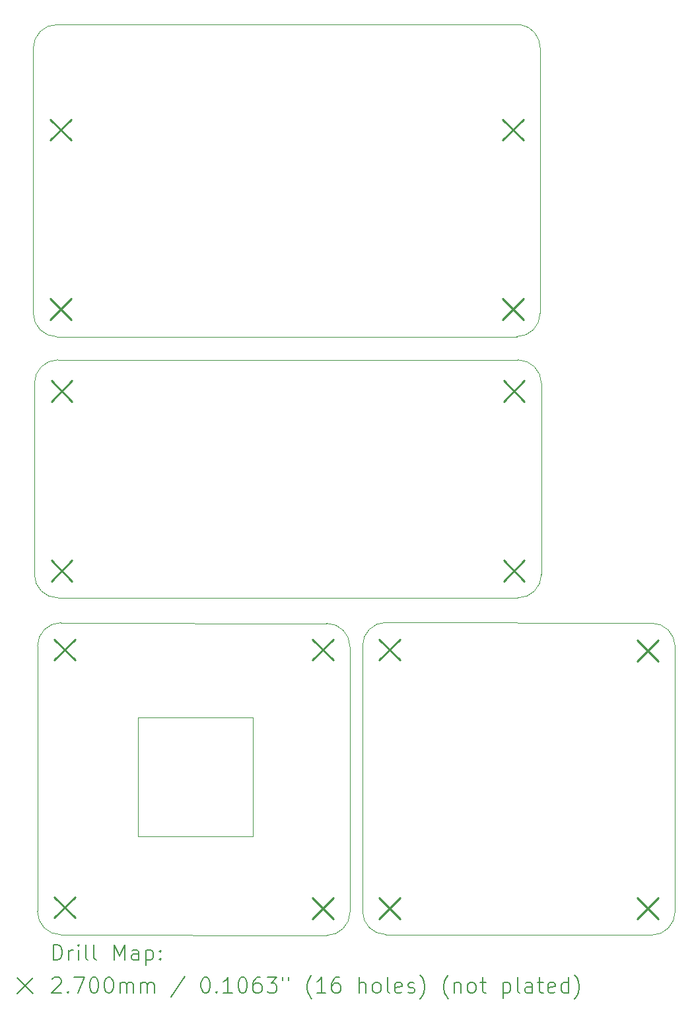
<source format=gbr>
%TF.GenerationSoftware,KiCad,Pcbnew,7.0.11+dfsg-1build4*%
%TF.CreationDate,2025-02-09T17:53:57-07:00*%
%TF.ProjectId,iJet,694a6574-2e6b-4696-9361-645f70636258,rev?*%
%TF.SameCoordinates,Original*%
%TF.FileFunction,Drillmap*%
%TF.FilePolarity,Positive*%
%FSLAX45Y45*%
G04 Gerber Fmt 4.5, Leading zero omitted, Abs format (unit mm)*
G04 Created by KiCad (PCBNEW 7.0.11+dfsg-1build4) date 2025-02-09 17:53:57*
%MOMM*%
%LPD*%
G01*
G04 APERTURE LIST*
%ADD10C,0.050000*%
%ADD11C,0.100000*%
%ADD12C,0.200000*%
%ADD13C,0.270000*%
G04 APERTURE END LIST*
D10*
X11346200Y-14876800D02*
X12819400Y-14876800D01*
X12819400Y-16400800D01*
X11346200Y-16400800D01*
X11346200Y-14876800D01*
D11*
X14222000Y-16363200D02*
X14222000Y-17312668D01*
X18230400Y-16415332D02*
X18230400Y-16372132D01*
X18229424Y-17370274D02*
X18230400Y-16415332D01*
X14522000Y-13663200D02*
G75*
G03*
X14222000Y-13963200I0J-300000D01*
G01*
X14222000Y-17362668D02*
G75*
G03*
X14522000Y-17662668I300000J0D01*
G01*
X14222000Y-17312668D02*
X14222000Y-17362668D01*
X17878400Y-17669600D02*
X14522000Y-17662668D01*
X17930400Y-13672132D02*
X14522000Y-13663200D01*
X17929424Y-17670274D02*
G75*
G03*
X18229424Y-17370274I0J300000D01*
G01*
X14222000Y-13963200D02*
X14222000Y-16363200D01*
X18230400Y-13972132D02*
G75*
G03*
X17930400Y-13672132I-300000J0D01*
G01*
X18230400Y-16372132D02*
X18230400Y-13972132D01*
X17929424Y-17670274D02*
X17878400Y-17669600D01*
X10405200Y-13667732D02*
X13761600Y-13674664D01*
X14061600Y-14974132D02*
X14061600Y-14024664D01*
X14061600Y-14024664D02*
X14061600Y-13974664D01*
X14061600Y-13974664D02*
G75*
G03*
X13761600Y-13674664I-300000J0D01*
G01*
X14061600Y-17374132D02*
X14061600Y-14974132D01*
X13761600Y-17674132D02*
G75*
G03*
X14061600Y-17374132I0J300000D01*
G01*
X10053200Y-17365200D02*
G75*
G03*
X10353200Y-17665200I300000J0D01*
G01*
X10354176Y-13667058D02*
X10405200Y-13667732D01*
X10054176Y-13967058D02*
X10053200Y-14922000D01*
X10354176Y-13667058D02*
G75*
G03*
X10054176Y-13967058I0J-300000D01*
G01*
X10053200Y-14965200D02*
X10053200Y-17365200D01*
X10053200Y-14922000D02*
X10053200Y-14965200D01*
X10353200Y-17665200D02*
X13761600Y-17674132D01*
X10314924Y-13348328D02*
X16214924Y-13348328D01*
X10000000Y-7256800D02*
X10000000Y-7300000D01*
X10000976Y-6301858D02*
X10000000Y-7256800D01*
X16500000Y-7300000D02*
X16500000Y-6350532D01*
X16214924Y-10298329D02*
X10314924Y-10298329D01*
X10014924Y-10648329D02*
X10014924Y-13048328D01*
X16514924Y-13048328D02*
X16514924Y-10648329D01*
X16514924Y-10598329D02*
G75*
G03*
X16214924Y-10298329I-300000J0D01*
G01*
X10014924Y-10648329D02*
X10014924Y-10598329D01*
X10014924Y-13048328D02*
G75*
G03*
X10314924Y-13348328I300000J0D01*
G01*
X16514924Y-10648329D02*
X16514924Y-10598329D01*
X16214924Y-13348328D02*
G75*
G03*
X16514924Y-13048328I0J300000D01*
G01*
X10314924Y-10298329D02*
G75*
G03*
X10014924Y-10598329I0J-300000D01*
G01*
X16252000Y-6002532D02*
X10304800Y-6001858D01*
X16200000Y-10000000D02*
G75*
G03*
X16500000Y-9700000I0J300000D01*
G01*
X10000000Y-7300000D02*
X10000000Y-9700000D01*
X16500000Y-6350532D02*
X16500000Y-6300532D01*
X16500000Y-9700000D02*
X16500000Y-7300000D01*
X10304800Y-6001858D02*
G75*
G03*
X10000952Y-6301858I-3824J-300000D01*
G01*
X10000000Y-9700000D02*
G75*
G03*
X10300000Y-10000000I300000J0D01*
G01*
X10300000Y-10000000D02*
X16200000Y-10000000D01*
X16500440Y-6300532D02*
G75*
G03*
X16252000Y-6002532I-302943J0D01*
G01*
D12*
D13*
X10215000Y-7215000D02*
X10485000Y-7485000D01*
X10485000Y-7215000D02*
X10215000Y-7485000D01*
X10215000Y-9515000D02*
X10485000Y-9785000D01*
X10485000Y-9515000D02*
X10215000Y-9785000D01*
X10229924Y-10563329D02*
X10499924Y-10833329D01*
X10499924Y-10563329D02*
X10229924Y-10833329D01*
X10229924Y-12863328D02*
X10499924Y-13133328D01*
X10499924Y-12863328D02*
X10229924Y-13133328D01*
X10268200Y-13878200D02*
X10538200Y-14148200D01*
X10538200Y-13878200D02*
X10268200Y-14148200D01*
X10268200Y-17180200D02*
X10538200Y-17450200D01*
X10538200Y-17180200D02*
X10268200Y-17450200D01*
X13576600Y-13878200D02*
X13846600Y-14148200D01*
X13846600Y-13878200D02*
X13576600Y-14148200D01*
X13576600Y-17189132D02*
X13846600Y-17459132D01*
X13846600Y-17189132D02*
X13576600Y-17459132D01*
X14437000Y-13878200D02*
X14707000Y-14148200D01*
X14707000Y-13878200D02*
X14437000Y-14148200D01*
X14437000Y-17189132D02*
X14707000Y-17459132D01*
X14707000Y-17189132D02*
X14437000Y-17459132D01*
X16015000Y-7215000D02*
X16285000Y-7485000D01*
X16285000Y-7215000D02*
X16015000Y-7485000D01*
X16015000Y-9515000D02*
X16285000Y-9785000D01*
X16285000Y-9515000D02*
X16015000Y-9785000D01*
X16029924Y-10563329D02*
X16299924Y-10833329D01*
X16299924Y-10563329D02*
X16029924Y-10833329D01*
X16029924Y-12863328D02*
X16299924Y-13133328D01*
X16299924Y-12863328D02*
X16029924Y-13133328D01*
X17745400Y-13887132D02*
X18015400Y-14157132D01*
X18015400Y-13887132D02*
X17745400Y-14157132D01*
X17745400Y-17189132D02*
X18015400Y-17459132D01*
X18015400Y-17189132D02*
X17745400Y-17459132D01*
D12*
X10255777Y-17990616D02*
X10255777Y-17790616D01*
X10255777Y-17790616D02*
X10303396Y-17790616D01*
X10303396Y-17790616D02*
X10331967Y-17800140D01*
X10331967Y-17800140D02*
X10351015Y-17819187D01*
X10351015Y-17819187D02*
X10360539Y-17838235D01*
X10360539Y-17838235D02*
X10370063Y-17876330D01*
X10370063Y-17876330D02*
X10370063Y-17904902D01*
X10370063Y-17904902D02*
X10360539Y-17942997D01*
X10360539Y-17942997D02*
X10351015Y-17962044D01*
X10351015Y-17962044D02*
X10331967Y-17981092D01*
X10331967Y-17981092D02*
X10303396Y-17990616D01*
X10303396Y-17990616D02*
X10255777Y-17990616D01*
X10455777Y-17990616D02*
X10455777Y-17857282D01*
X10455777Y-17895378D02*
X10465301Y-17876330D01*
X10465301Y-17876330D02*
X10474824Y-17866806D01*
X10474824Y-17866806D02*
X10493872Y-17857282D01*
X10493872Y-17857282D02*
X10512920Y-17857282D01*
X10579586Y-17990616D02*
X10579586Y-17857282D01*
X10579586Y-17790616D02*
X10570063Y-17800140D01*
X10570063Y-17800140D02*
X10579586Y-17809663D01*
X10579586Y-17809663D02*
X10589110Y-17800140D01*
X10589110Y-17800140D02*
X10579586Y-17790616D01*
X10579586Y-17790616D02*
X10579586Y-17809663D01*
X10703396Y-17990616D02*
X10684348Y-17981092D01*
X10684348Y-17981092D02*
X10674824Y-17962044D01*
X10674824Y-17962044D02*
X10674824Y-17790616D01*
X10808158Y-17990616D02*
X10789110Y-17981092D01*
X10789110Y-17981092D02*
X10779586Y-17962044D01*
X10779586Y-17962044D02*
X10779586Y-17790616D01*
X11036729Y-17990616D02*
X11036729Y-17790616D01*
X11036729Y-17790616D02*
X11103396Y-17933473D01*
X11103396Y-17933473D02*
X11170063Y-17790616D01*
X11170063Y-17790616D02*
X11170063Y-17990616D01*
X11351015Y-17990616D02*
X11351015Y-17885854D01*
X11351015Y-17885854D02*
X11341491Y-17866806D01*
X11341491Y-17866806D02*
X11322443Y-17857282D01*
X11322443Y-17857282D02*
X11284348Y-17857282D01*
X11284348Y-17857282D02*
X11265301Y-17866806D01*
X11351015Y-17981092D02*
X11331967Y-17990616D01*
X11331967Y-17990616D02*
X11284348Y-17990616D01*
X11284348Y-17990616D02*
X11265301Y-17981092D01*
X11265301Y-17981092D02*
X11255777Y-17962044D01*
X11255777Y-17962044D02*
X11255777Y-17942997D01*
X11255777Y-17942997D02*
X11265301Y-17923949D01*
X11265301Y-17923949D02*
X11284348Y-17914425D01*
X11284348Y-17914425D02*
X11331967Y-17914425D01*
X11331967Y-17914425D02*
X11351015Y-17904902D01*
X11446253Y-17857282D02*
X11446253Y-18057282D01*
X11446253Y-17866806D02*
X11465301Y-17857282D01*
X11465301Y-17857282D02*
X11503396Y-17857282D01*
X11503396Y-17857282D02*
X11522443Y-17866806D01*
X11522443Y-17866806D02*
X11531967Y-17876330D01*
X11531967Y-17876330D02*
X11541491Y-17895378D01*
X11541491Y-17895378D02*
X11541491Y-17952521D01*
X11541491Y-17952521D02*
X11531967Y-17971568D01*
X11531967Y-17971568D02*
X11522443Y-17981092D01*
X11522443Y-17981092D02*
X11503396Y-17990616D01*
X11503396Y-17990616D02*
X11465301Y-17990616D01*
X11465301Y-17990616D02*
X11446253Y-17981092D01*
X11627205Y-17971568D02*
X11636729Y-17981092D01*
X11636729Y-17981092D02*
X11627205Y-17990616D01*
X11627205Y-17990616D02*
X11617682Y-17981092D01*
X11617682Y-17981092D02*
X11627205Y-17971568D01*
X11627205Y-17971568D02*
X11627205Y-17990616D01*
X11627205Y-17866806D02*
X11636729Y-17876330D01*
X11636729Y-17876330D02*
X11627205Y-17885854D01*
X11627205Y-17885854D02*
X11617682Y-17876330D01*
X11617682Y-17876330D02*
X11627205Y-17866806D01*
X11627205Y-17866806D02*
X11627205Y-17885854D01*
X9795000Y-18219132D02*
X9995000Y-18419132D01*
X9995000Y-18219132D02*
X9795000Y-18419132D01*
X10246253Y-18229663D02*
X10255777Y-18220140D01*
X10255777Y-18220140D02*
X10274824Y-18210616D01*
X10274824Y-18210616D02*
X10322444Y-18210616D01*
X10322444Y-18210616D02*
X10341491Y-18220140D01*
X10341491Y-18220140D02*
X10351015Y-18229663D01*
X10351015Y-18229663D02*
X10360539Y-18248711D01*
X10360539Y-18248711D02*
X10360539Y-18267759D01*
X10360539Y-18267759D02*
X10351015Y-18296330D01*
X10351015Y-18296330D02*
X10236729Y-18410616D01*
X10236729Y-18410616D02*
X10360539Y-18410616D01*
X10446253Y-18391568D02*
X10455777Y-18401092D01*
X10455777Y-18401092D02*
X10446253Y-18410616D01*
X10446253Y-18410616D02*
X10436729Y-18401092D01*
X10436729Y-18401092D02*
X10446253Y-18391568D01*
X10446253Y-18391568D02*
X10446253Y-18410616D01*
X10522444Y-18210616D02*
X10655777Y-18210616D01*
X10655777Y-18210616D02*
X10570063Y-18410616D01*
X10770063Y-18210616D02*
X10789110Y-18210616D01*
X10789110Y-18210616D02*
X10808158Y-18220140D01*
X10808158Y-18220140D02*
X10817682Y-18229663D01*
X10817682Y-18229663D02*
X10827205Y-18248711D01*
X10827205Y-18248711D02*
X10836729Y-18286806D01*
X10836729Y-18286806D02*
X10836729Y-18334425D01*
X10836729Y-18334425D02*
X10827205Y-18372521D01*
X10827205Y-18372521D02*
X10817682Y-18391568D01*
X10817682Y-18391568D02*
X10808158Y-18401092D01*
X10808158Y-18401092D02*
X10789110Y-18410616D01*
X10789110Y-18410616D02*
X10770063Y-18410616D01*
X10770063Y-18410616D02*
X10751015Y-18401092D01*
X10751015Y-18401092D02*
X10741491Y-18391568D01*
X10741491Y-18391568D02*
X10731967Y-18372521D01*
X10731967Y-18372521D02*
X10722444Y-18334425D01*
X10722444Y-18334425D02*
X10722444Y-18286806D01*
X10722444Y-18286806D02*
X10731967Y-18248711D01*
X10731967Y-18248711D02*
X10741491Y-18229663D01*
X10741491Y-18229663D02*
X10751015Y-18220140D01*
X10751015Y-18220140D02*
X10770063Y-18210616D01*
X10960539Y-18210616D02*
X10979586Y-18210616D01*
X10979586Y-18210616D02*
X10998634Y-18220140D01*
X10998634Y-18220140D02*
X11008158Y-18229663D01*
X11008158Y-18229663D02*
X11017682Y-18248711D01*
X11017682Y-18248711D02*
X11027205Y-18286806D01*
X11027205Y-18286806D02*
X11027205Y-18334425D01*
X11027205Y-18334425D02*
X11017682Y-18372521D01*
X11017682Y-18372521D02*
X11008158Y-18391568D01*
X11008158Y-18391568D02*
X10998634Y-18401092D01*
X10998634Y-18401092D02*
X10979586Y-18410616D01*
X10979586Y-18410616D02*
X10960539Y-18410616D01*
X10960539Y-18410616D02*
X10941491Y-18401092D01*
X10941491Y-18401092D02*
X10931967Y-18391568D01*
X10931967Y-18391568D02*
X10922444Y-18372521D01*
X10922444Y-18372521D02*
X10912920Y-18334425D01*
X10912920Y-18334425D02*
X10912920Y-18286806D01*
X10912920Y-18286806D02*
X10922444Y-18248711D01*
X10922444Y-18248711D02*
X10931967Y-18229663D01*
X10931967Y-18229663D02*
X10941491Y-18220140D01*
X10941491Y-18220140D02*
X10960539Y-18210616D01*
X11112920Y-18410616D02*
X11112920Y-18277282D01*
X11112920Y-18296330D02*
X11122444Y-18286806D01*
X11122444Y-18286806D02*
X11141491Y-18277282D01*
X11141491Y-18277282D02*
X11170063Y-18277282D01*
X11170063Y-18277282D02*
X11189110Y-18286806D01*
X11189110Y-18286806D02*
X11198634Y-18305854D01*
X11198634Y-18305854D02*
X11198634Y-18410616D01*
X11198634Y-18305854D02*
X11208158Y-18286806D01*
X11208158Y-18286806D02*
X11227205Y-18277282D01*
X11227205Y-18277282D02*
X11255777Y-18277282D01*
X11255777Y-18277282D02*
X11274824Y-18286806D01*
X11274824Y-18286806D02*
X11284348Y-18305854D01*
X11284348Y-18305854D02*
X11284348Y-18410616D01*
X11379586Y-18410616D02*
X11379586Y-18277282D01*
X11379586Y-18296330D02*
X11389110Y-18286806D01*
X11389110Y-18286806D02*
X11408158Y-18277282D01*
X11408158Y-18277282D02*
X11436729Y-18277282D01*
X11436729Y-18277282D02*
X11455777Y-18286806D01*
X11455777Y-18286806D02*
X11465301Y-18305854D01*
X11465301Y-18305854D02*
X11465301Y-18410616D01*
X11465301Y-18305854D02*
X11474824Y-18286806D01*
X11474824Y-18286806D02*
X11493872Y-18277282D01*
X11493872Y-18277282D02*
X11522443Y-18277282D01*
X11522443Y-18277282D02*
X11541491Y-18286806D01*
X11541491Y-18286806D02*
X11551015Y-18305854D01*
X11551015Y-18305854D02*
X11551015Y-18410616D01*
X11941491Y-18201092D02*
X11770063Y-18458235D01*
X12198634Y-18210616D02*
X12217682Y-18210616D01*
X12217682Y-18210616D02*
X12236729Y-18220140D01*
X12236729Y-18220140D02*
X12246253Y-18229663D01*
X12246253Y-18229663D02*
X12255777Y-18248711D01*
X12255777Y-18248711D02*
X12265301Y-18286806D01*
X12265301Y-18286806D02*
X12265301Y-18334425D01*
X12265301Y-18334425D02*
X12255777Y-18372521D01*
X12255777Y-18372521D02*
X12246253Y-18391568D01*
X12246253Y-18391568D02*
X12236729Y-18401092D01*
X12236729Y-18401092D02*
X12217682Y-18410616D01*
X12217682Y-18410616D02*
X12198634Y-18410616D01*
X12198634Y-18410616D02*
X12179586Y-18401092D01*
X12179586Y-18401092D02*
X12170063Y-18391568D01*
X12170063Y-18391568D02*
X12160539Y-18372521D01*
X12160539Y-18372521D02*
X12151015Y-18334425D01*
X12151015Y-18334425D02*
X12151015Y-18286806D01*
X12151015Y-18286806D02*
X12160539Y-18248711D01*
X12160539Y-18248711D02*
X12170063Y-18229663D01*
X12170063Y-18229663D02*
X12179586Y-18220140D01*
X12179586Y-18220140D02*
X12198634Y-18210616D01*
X12351015Y-18391568D02*
X12360539Y-18401092D01*
X12360539Y-18401092D02*
X12351015Y-18410616D01*
X12351015Y-18410616D02*
X12341491Y-18401092D01*
X12341491Y-18401092D02*
X12351015Y-18391568D01*
X12351015Y-18391568D02*
X12351015Y-18410616D01*
X12551015Y-18410616D02*
X12436729Y-18410616D01*
X12493872Y-18410616D02*
X12493872Y-18210616D01*
X12493872Y-18210616D02*
X12474825Y-18239187D01*
X12474825Y-18239187D02*
X12455777Y-18258235D01*
X12455777Y-18258235D02*
X12436729Y-18267759D01*
X12674825Y-18210616D02*
X12693872Y-18210616D01*
X12693872Y-18210616D02*
X12712920Y-18220140D01*
X12712920Y-18220140D02*
X12722444Y-18229663D01*
X12722444Y-18229663D02*
X12731967Y-18248711D01*
X12731967Y-18248711D02*
X12741491Y-18286806D01*
X12741491Y-18286806D02*
X12741491Y-18334425D01*
X12741491Y-18334425D02*
X12731967Y-18372521D01*
X12731967Y-18372521D02*
X12722444Y-18391568D01*
X12722444Y-18391568D02*
X12712920Y-18401092D01*
X12712920Y-18401092D02*
X12693872Y-18410616D01*
X12693872Y-18410616D02*
X12674825Y-18410616D01*
X12674825Y-18410616D02*
X12655777Y-18401092D01*
X12655777Y-18401092D02*
X12646253Y-18391568D01*
X12646253Y-18391568D02*
X12636729Y-18372521D01*
X12636729Y-18372521D02*
X12627206Y-18334425D01*
X12627206Y-18334425D02*
X12627206Y-18286806D01*
X12627206Y-18286806D02*
X12636729Y-18248711D01*
X12636729Y-18248711D02*
X12646253Y-18229663D01*
X12646253Y-18229663D02*
X12655777Y-18220140D01*
X12655777Y-18220140D02*
X12674825Y-18210616D01*
X12912920Y-18210616D02*
X12874825Y-18210616D01*
X12874825Y-18210616D02*
X12855777Y-18220140D01*
X12855777Y-18220140D02*
X12846253Y-18229663D01*
X12846253Y-18229663D02*
X12827206Y-18258235D01*
X12827206Y-18258235D02*
X12817682Y-18296330D01*
X12817682Y-18296330D02*
X12817682Y-18372521D01*
X12817682Y-18372521D02*
X12827206Y-18391568D01*
X12827206Y-18391568D02*
X12836729Y-18401092D01*
X12836729Y-18401092D02*
X12855777Y-18410616D01*
X12855777Y-18410616D02*
X12893872Y-18410616D01*
X12893872Y-18410616D02*
X12912920Y-18401092D01*
X12912920Y-18401092D02*
X12922444Y-18391568D01*
X12922444Y-18391568D02*
X12931967Y-18372521D01*
X12931967Y-18372521D02*
X12931967Y-18324902D01*
X12931967Y-18324902D02*
X12922444Y-18305854D01*
X12922444Y-18305854D02*
X12912920Y-18296330D01*
X12912920Y-18296330D02*
X12893872Y-18286806D01*
X12893872Y-18286806D02*
X12855777Y-18286806D01*
X12855777Y-18286806D02*
X12836729Y-18296330D01*
X12836729Y-18296330D02*
X12827206Y-18305854D01*
X12827206Y-18305854D02*
X12817682Y-18324902D01*
X12998634Y-18210616D02*
X13122444Y-18210616D01*
X13122444Y-18210616D02*
X13055777Y-18286806D01*
X13055777Y-18286806D02*
X13084348Y-18286806D01*
X13084348Y-18286806D02*
X13103396Y-18296330D01*
X13103396Y-18296330D02*
X13112920Y-18305854D01*
X13112920Y-18305854D02*
X13122444Y-18324902D01*
X13122444Y-18324902D02*
X13122444Y-18372521D01*
X13122444Y-18372521D02*
X13112920Y-18391568D01*
X13112920Y-18391568D02*
X13103396Y-18401092D01*
X13103396Y-18401092D02*
X13084348Y-18410616D01*
X13084348Y-18410616D02*
X13027206Y-18410616D01*
X13027206Y-18410616D02*
X13008158Y-18401092D01*
X13008158Y-18401092D02*
X12998634Y-18391568D01*
X13198634Y-18210616D02*
X13198634Y-18248711D01*
X13274825Y-18210616D02*
X13274825Y-18248711D01*
X13570063Y-18486806D02*
X13560539Y-18477282D01*
X13560539Y-18477282D02*
X13541491Y-18448711D01*
X13541491Y-18448711D02*
X13531968Y-18429663D01*
X13531968Y-18429663D02*
X13522444Y-18401092D01*
X13522444Y-18401092D02*
X13512920Y-18353473D01*
X13512920Y-18353473D02*
X13512920Y-18315378D01*
X13512920Y-18315378D02*
X13522444Y-18267759D01*
X13522444Y-18267759D02*
X13531968Y-18239187D01*
X13531968Y-18239187D02*
X13541491Y-18220140D01*
X13541491Y-18220140D02*
X13560539Y-18191568D01*
X13560539Y-18191568D02*
X13570063Y-18182044D01*
X13751015Y-18410616D02*
X13636729Y-18410616D01*
X13693872Y-18410616D02*
X13693872Y-18210616D01*
X13693872Y-18210616D02*
X13674825Y-18239187D01*
X13674825Y-18239187D02*
X13655777Y-18258235D01*
X13655777Y-18258235D02*
X13636729Y-18267759D01*
X13922444Y-18210616D02*
X13884348Y-18210616D01*
X13884348Y-18210616D02*
X13865301Y-18220140D01*
X13865301Y-18220140D02*
X13855777Y-18229663D01*
X13855777Y-18229663D02*
X13836729Y-18258235D01*
X13836729Y-18258235D02*
X13827206Y-18296330D01*
X13827206Y-18296330D02*
X13827206Y-18372521D01*
X13827206Y-18372521D02*
X13836729Y-18391568D01*
X13836729Y-18391568D02*
X13846253Y-18401092D01*
X13846253Y-18401092D02*
X13865301Y-18410616D01*
X13865301Y-18410616D02*
X13903396Y-18410616D01*
X13903396Y-18410616D02*
X13922444Y-18401092D01*
X13922444Y-18401092D02*
X13931968Y-18391568D01*
X13931968Y-18391568D02*
X13941491Y-18372521D01*
X13941491Y-18372521D02*
X13941491Y-18324902D01*
X13941491Y-18324902D02*
X13931968Y-18305854D01*
X13931968Y-18305854D02*
X13922444Y-18296330D01*
X13922444Y-18296330D02*
X13903396Y-18286806D01*
X13903396Y-18286806D02*
X13865301Y-18286806D01*
X13865301Y-18286806D02*
X13846253Y-18296330D01*
X13846253Y-18296330D02*
X13836729Y-18305854D01*
X13836729Y-18305854D02*
X13827206Y-18324902D01*
X14179587Y-18410616D02*
X14179587Y-18210616D01*
X14265301Y-18410616D02*
X14265301Y-18305854D01*
X14265301Y-18305854D02*
X14255777Y-18286806D01*
X14255777Y-18286806D02*
X14236730Y-18277282D01*
X14236730Y-18277282D02*
X14208158Y-18277282D01*
X14208158Y-18277282D02*
X14189110Y-18286806D01*
X14189110Y-18286806D02*
X14179587Y-18296330D01*
X14389110Y-18410616D02*
X14370063Y-18401092D01*
X14370063Y-18401092D02*
X14360539Y-18391568D01*
X14360539Y-18391568D02*
X14351015Y-18372521D01*
X14351015Y-18372521D02*
X14351015Y-18315378D01*
X14351015Y-18315378D02*
X14360539Y-18296330D01*
X14360539Y-18296330D02*
X14370063Y-18286806D01*
X14370063Y-18286806D02*
X14389110Y-18277282D01*
X14389110Y-18277282D02*
X14417682Y-18277282D01*
X14417682Y-18277282D02*
X14436730Y-18286806D01*
X14436730Y-18286806D02*
X14446253Y-18296330D01*
X14446253Y-18296330D02*
X14455777Y-18315378D01*
X14455777Y-18315378D02*
X14455777Y-18372521D01*
X14455777Y-18372521D02*
X14446253Y-18391568D01*
X14446253Y-18391568D02*
X14436730Y-18401092D01*
X14436730Y-18401092D02*
X14417682Y-18410616D01*
X14417682Y-18410616D02*
X14389110Y-18410616D01*
X14570063Y-18410616D02*
X14551015Y-18401092D01*
X14551015Y-18401092D02*
X14541491Y-18382044D01*
X14541491Y-18382044D02*
X14541491Y-18210616D01*
X14722444Y-18401092D02*
X14703396Y-18410616D01*
X14703396Y-18410616D02*
X14665301Y-18410616D01*
X14665301Y-18410616D02*
X14646253Y-18401092D01*
X14646253Y-18401092D02*
X14636730Y-18382044D01*
X14636730Y-18382044D02*
X14636730Y-18305854D01*
X14636730Y-18305854D02*
X14646253Y-18286806D01*
X14646253Y-18286806D02*
X14665301Y-18277282D01*
X14665301Y-18277282D02*
X14703396Y-18277282D01*
X14703396Y-18277282D02*
X14722444Y-18286806D01*
X14722444Y-18286806D02*
X14731968Y-18305854D01*
X14731968Y-18305854D02*
X14731968Y-18324902D01*
X14731968Y-18324902D02*
X14636730Y-18343949D01*
X14808158Y-18401092D02*
X14827206Y-18410616D01*
X14827206Y-18410616D02*
X14865301Y-18410616D01*
X14865301Y-18410616D02*
X14884349Y-18401092D01*
X14884349Y-18401092D02*
X14893872Y-18382044D01*
X14893872Y-18382044D02*
X14893872Y-18372521D01*
X14893872Y-18372521D02*
X14884349Y-18353473D01*
X14884349Y-18353473D02*
X14865301Y-18343949D01*
X14865301Y-18343949D02*
X14836730Y-18343949D01*
X14836730Y-18343949D02*
X14817682Y-18334425D01*
X14817682Y-18334425D02*
X14808158Y-18315378D01*
X14808158Y-18315378D02*
X14808158Y-18305854D01*
X14808158Y-18305854D02*
X14817682Y-18286806D01*
X14817682Y-18286806D02*
X14836730Y-18277282D01*
X14836730Y-18277282D02*
X14865301Y-18277282D01*
X14865301Y-18277282D02*
X14884349Y-18286806D01*
X14960539Y-18486806D02*
X14970063Y-18477282D01*
X14970063Y-18477282D02*
X14989111Y-18448711D01*
X14989111Y-18448711D02*
X14998634Y-18429663D01*
X14998634Y-18429663D02*
X15008158Y-18401092D01*
X15008158Y-18401092D02*
X15017682Y-18353473D01*
X15017682Y-18353473D02*
X15017682Y-18315378D01*
X15017682Y-18315378D02*
X15008158Y-18267759D01*
X15008158Y-18267759D02*
X14998634Y-18239187D01*
X14998634Y-18239187D02*
X14989111Y-18220140D01*
X14989111Y-18220140D02*
X14970063Y-18191568D01*
X14970063Y-18191568D02*
X14960539Y-18182044D01*
X15322444Y-18486806D02*
X15312920Y-18477282D01*
X15312920Y-18477282D02*
X15293872Y-18448711D01*
X15293872Y-18448711D02*
X15284349Y-18429663D01*
X15284349Y-18429663D02*
X15274825Y-18401092D01*
X15274825Y-18401092D02*
X15265301Y-18353473D01*
X15265301Y-18353473D02*
X15265301Y-18315378D01*
X15265301Y-18315378D02*
X15274825Y-18267759D01*
X15274825Y-18267759D02*
X15284349Y-18239187D01*
X15284349Y-18239187D02*
X15293872Y-18220140D01*
X15293872Y-18220140D02*
X15312920Y-18191568D01*
X15312920Y-18191568D02*
X15322444Y-18182044D01*
X15398634Y-18277282D02*
X15398634Y-18410616D01*
X15398634Y-18296330D02*
X15408158Y-18286806D01*
X15408158Y-18286806D02*
X15427206Y-18277282D01*
X15427206Y-18277282D02*
X15455777Y-18277282D01*
X15455777Y-18277282D02*
X15474825Y-18286806D01*
X15474825Y-18286806D02*
X15484349Y-18305854D01*
X15484349Y-18305854D02*
X15484349Y-18410616D01*
X15608158Y-18410616D02*
X15589111Y-18401092D01*
X15589111Y-18401092D02*
X15579587Y-18391568D01*
X15579587Y-18391568D02*
X15570063Y-18372521D01*
X15570063Y-18372521D02*
X15570063Y-18315378D01*
X15570063Y-18315378D02*
X15579587Y-18296330D01*
X15579587Y-18296330D02*
X15589111Y-18286806D01*
X15589111Y-18286806D02*
X15608158Y-18277282D01*
X15608158Y-18277282D02*
X15636730Y-18277282D01*
X15636730Y-18277282D02*
X15655777Y-18286806D01*
X15655777Y-18286806D02*
X15665301Y-18296330D01*
X15665301Y-18296330D02*
X15674825Y-18315378D01*
X15674825Y-18315378D02*
X15674825Y-18372521D01*
X15674825Y-18372521D02*
X15665301Y-18391568D01*
X15665301Y-18391568D02*
X15655777Y-18401092D01*
X15655777Y-18401092D02*
X15636730Y-18410616D01*
X15636730Y-18410616D02*
X15608158Y-18410616D01*
X15731968Y-18277282D02*
X15808158Y-18277282D01*
X15760539Y-18210616D02*
X15760539Y-18382044D01*
X15760539Y-18382044D02*
X15770063Y-18401092D01*
X15770063Y-18401092D02*
X15789111Y-18410616D01*
X15789111Y-18410616D02*
X15808158Y-18410616D01*
X16027206Y-18277282D02*
X16027206Y-18477282D01*
X16027206Y-18286806D02*
X16046253Y-18277282D01*
X16046253Y-18277282D02*
X16084349Y-18277282D01*
X16084349Y-18277282D02*
X16103396Y-18286806D01*
X16103396Y-18286806D02*
X16112920Y-18296330D01*
X16112920Y-18296330D02*
X16122444Y-18315378D01*
X16122444Y-18315378D02*
X16122444Y-18372521D01*
X16122444Y-18372521D02*
X16112920Y-18391568D01*
X16112920Y-18391568D02*
X16103396Y-18401092D01*
X16103396Y-18401092D02*
X16084349Y-18410616D01*
X16084349Y-18410616D02*
X16046253Y-18410616D01*
X16046253Y-18410616D02*
X16027206Y-18401092D01*
X16236730Y-18410616D02*
X16217682Y-18401092D01*
X16217682Y-18401092D02*
X16208158Y-18382044D01*
X16208158Y-18382044D02*
X16208158Y-18210616D01*
X16398634Y-18410616D02*
X16398634Y-18305854D01*
X16398634Y-18305854D02*
X16389111Y-18286806D01*
X16389111Y-18286806D02*
X16370063Y-18277282D01*
X16370063Y-18277282D02*
X16331968Y-18277282D01*
X16331968Y-18277282D02*
X16312920Y-18286806D01*
X16398634Y-18401092D02*
X16379587Y-18410616D01*
X16379587Y-18410616D02*
X16331968Y-18410616D01*
X16331968Y-18410616D02*
X16312920Y-18401092D01*
X16312920Y-18401092D02*
X16303396Y-18382044D01*
X16303396Y-18382044D02*
X16303396Y-18362997D01*
X16303396Y-18362997D02*
X16312920Y-18343949D01*
X16312920Y-18343949D02*
X16331968Y-18334425D01*
X16331968Y-18334425D02*
X16379587Y-18334425D01*
X16379587Y-18334425D02*
X16398634Y-18324902D01*
X16465301Y-18277282D02*
X16541492Y-18277282D01*
X16493873Y-18210616D02*
X16493873Y-18382044D01*
X16493873Y-18382044D02*
X16503396Y-18401092D01*
X16503396Y-18401092D02*
X16522444Y-18410616D01*
X16522444Y-18410616D02*
X16541492Y-18410616D01*
X16684349Y-18401092D02*
X16665301Y-18410616D01*
X16665301Y-18410616D02*
X16627206Y-18410616D01*
X16627206Y-18410616D02*
X16608158Y-18401092D01*
X16608158Y-18401092D02*
X16598634Y-18382044D01*
X16598634Y-18382044D02*
X16598634Y-18305854D01*
X16598634Y-18305854D02*
X16608158Y-18286806D01*
X16608158Y-18286806D02*
X16627206Y-18277282D01*
X16627206Y-18277282D02*
X16665301Y-18277282D01*
X16665301Y-18277282D02*
X16684349Y-18286806D01*
X16684349Y-18286806D02*
X16693873Y-18305854D01*
X16693873Y-18305854D02*
X16693873Y-18324902D01*
X16693873Y-18324902D02*
X16598634Y-18343949D01*
X16865301Y-18410616D02*
X16865301Y-18210616D01*
X16865301Y-18401092D02*
X16846254Y-18410616D01*
X16846254Y-18410616D02*
X16808158Y-18410616D01*
X16808158Y-18410616D02*
X16789111Y-18401092D01*
X16789111Y-18401092D02*
X16779587Y-18391568D01*
X16779587Y-18391568D02*
X16770063Y-18372521D01*
X16770063Y-18372521D02*
X16770063Y-18315378D01*
X16770063Y-18315378D02*
X16779587Y-18296330D01*
X16779587Y-18296330D02*
X16789111Y-18286806D01*
X16789111Y-18286806D02*
X16808158Y-18277282D01*
X16808158Y-18277282D02*
X16846254Y-18277282D01*
X16846254Y-18277282D02*
X16865301Y-18286806D01*
X16941492Y-18486806D02*
X16951016Y-18477282D01*
X16951016Y-18477282D02*
X16970063Y-18448711D01*
X16970063Y-18448711D02*
X16979587Y-18429663D01*
X16979587Y-18429663D02*
X16989111Y-18401092D01*
X16989111Y-18401092D02*
X16998635Y-18353473D01*
X16998635Y-18353473D02*
X16998635Y-18315378D01*
X16998635Y-18315378D02*
X16989111Y-18267759D01*
X16989111Y-18267759D02*
X16979587Y-18239187D01*
X16979587Y-18239187D02*
X16970063Y-18220140D01*
X16970063Y-18220140D02*
X16951016Y-18191568D01*
X16951016Y-18191568D02*
X16941492Y-18182044D01*
M02*

</source>
